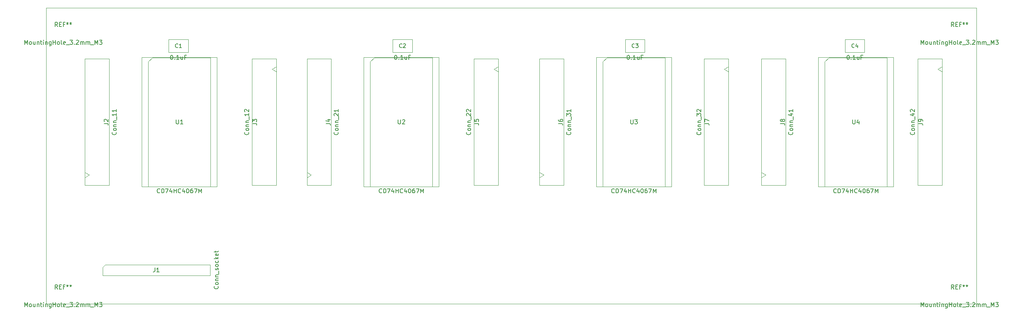
<source format=gbr>
%TF.GenerationSoftware,KiCad,Pcbnew,(6.0.7)*%
%TF.CreationDate,2023-06-05T08:41:08+05:30*%
%TF.ProjectId,autonomous chess playing machine,6175746f-6e6f-46d6-9f75-732063686573,rev?*%
%TF.SameCoordinates,Original*%
%TF.FileFunction,AssemblyDrawing,Top*%
%FSLAX46Y46*%
G04 Gerber Fmt 4.6, Leading zero omitted, Abs format (unit mm)*
G04 Created by KiCad (PCBNEW (6.0.7)) date 2023-06-05 08:41:08*
%MOMM*%
%LPD*%
G01*
G04 APERTURE LIST*
%TA.AperFunction,Profile*%
%ADD10C,0.100000*%
%TD*%
%ADD11C,0.150000*%
%ADD12C,0.138000*%
%ADD13C,0.100000*%
G04 APERTURE END LIST*
D10*
X28000000Y-30000000D02*
X248000000Y-30000000D01*
X248000000Y-30000000D02*
X248000000Y-100000000D01*
X248000000Y-100000000D02*
X28000000Y-100000000D01*
X28000000Y-100000000D02*
X28000000Y-30000000D01*
D11*
%TO.C,REF\u002A\u002A*%
X234880952Y-38652380D02*
X234880952Y-37652380D01*
X235214285Y-38366666D01*
X235547619Y-37652380D01*
X235547619Y-38652380D01*
X236166666Y-38652380D02*
X236071428Y-38604761D01*
X236023809Y-38557142D01*
X235976190Y-38461904D01*
X235976190Y-38176190D01*
X236023809Y-38080952D01*
X236071428Y-38033333D01*
X236166666Y-37985714D01*
X236309523Y-37985714D01*
X236404761Y-38033333D01*
X236452380Y-38080952D01*
X236500000Y-38176190D01*
X236500000Y-38461904D01*
X236452380Y-38557142D01*
X236404761Y-38604761D01*
X236309523Y-38652380D01*
X236166666Y-38652380D01*
X237357142Y-37985714D02*
X237357142Y-38652380D01*
X236928571Y-37985714D02*
X236928571Y-38509523D01*
X236976190Y-38604761D01*
X237071428Y-38652380D01*
X237214285Y-38652380D01*
X237309523Y-38604761D01*
X237357142Y-38557142D01*
X237833333Y-37985714D02*
X237833333Y-38652380D01*
X237833333Y-38080952D02*
X237880952Y-38033333D01*
X237976190Y-37985714D01*
X238119047Y-37985714D01*
X238214285Y-38033333D01*
X238261904Y-38128571D01*
X238261904Y-38652380D01*
X238595238Y-37985714D02*
X238976190Y-37985714D01*
X238738095Y-37652380D02*
X238738095Y-38509523D01*
X238785714Y-38604761D01*
X238880952Y-38652380D01*
X238976190Y-38652380D01*
X239309523Y-38652380D02*
X239309523Y-37985714D01*
X239309523Y-37652380D02*
X239261904Y-37700000D01*
X239309523Y-37747619D01*
X239357142Y-37700000D01*
X239309523Y-37652380D01*
X239309523Y-37747619D01*
X239785714Y-37985714D02*
X239785714Y-38652380D01*
X239785714Y-38080952D02*
X239833333Y-38033333D01*
X239928571Y-37985714D01*
X240071428Y-37985714D01*
X240166666Y-38033333D01*
X240214285Y-38128571D01*
X240214285Y-38652380D01*
X241119047Y-37985714D02*
X241119047Y-38795238D01*
X241071428Y-38890476D01*
X241023809Y-38938095D01*
X240928571Y-38985714D01*
X240785714Y-38985714D01*
X240690476Y-38938095D01*
X241119047Y-38604761D02*
X241023809Y-38652380D01*
X240833333Y-38652380D01*
X240738095Y-38604761D01*
X240690476Y-38557142D01*
X240642857Y-38461904D01*
X240642857Y-38176190D01*
X240690476Y-38080952D01*
X240738095Y-38033333D01*
X240833333Y-37985714D01*
X241023809Y-37985714D01*
X241119047Y-38033333D01*
X241595238Y-38652380D02*
X241595238Y-37652380D01*
X241595238Y-38128571D02*
X242166666Y-38128571D01*
X242166666Y-38652380D02*
X242166666Y-37652380D01*
X242785714Y-38652380D02*
X242690476Y-38604761D01*
X242642857Y-38557142D01*
X242595238Y-38461904D01*
X242595238Y-38176190D01*
X242642857Y-38080952D01*
X242690476Y-38033333D01*
X242785714Y-37985714D01*
X242928571Y-37985714D01*
X243023809Y-38033333D01*
X243071428Y-38080952D01*
X243119047Y-38176190D01*
X243119047Y-38461904D01*
X243071428Y-38557142D01*
X243023809Y-38604761D01*
X242928571Y-38652380D01*
X242785714Y-38652380D01*
X243690476Y-38652380D02*
X243595238Y-38604761D01*
X243547619Y-38509523D01*
X243547619Y-37652380D01*
X244452380Y-38604761D02*
X244357142Y-38652380D01*
X244166666Y-38652380D01*
X244071428Y-38604761D01*
X244023809Y-38509523D01*
X244023809Y-38128571D01*
X244071428Y-38033333D01*
X244166666Y-37985714D01*
X244357142Y-37985714D01*
X244452380Y-38033333D01*
X244500000Y-38128571D01*
X244500000Y-38223809D01*
X244023809Y-38319047D01*
X244690476Y-38747619D02*
X245452380Y-38747619D01*
X245595238Y-37652380D02*
X246214285Y-37652380D01*
X245880952Y-38033333D01*
X246023809Y-38033333D01*
X246119047Y-38080952D01*
X246166666Y-38128571D01*
X246214285Y-38223809D01*
X246214285Y-38461904D01*
X246166666Y-38557142D01*
X246119047Y-38604761D01*
X246023809Y-38652380D01*
X245738095Y-38652380D01*
X245642857Y-38604761D01*
X245595238Y-38557142D01*
X246642857Y-38557142D02*
X246690476Y-38604761D01*
X246642857Y-38652380D01*
X246595238Y-38604761D01*
X246642857Y-38557142D01*
X246642857Y-38652380D01*
X247071428Y-37747619D02*
X247119047Y-37700000D01*
X247214285Y-37652380D01*
X247452380Y-37652380D01*
X247547619Y-37700000D01*
X247595238Y-37747619D01*
X247642857Y-37842857D01*
X247642857Y-37938095D01*
X247595238Y-38080952D01*
X247023809Y-38652380D01*
X247642857Y-38652380D01*
X248071428Y-38652380D02*
X248071428Y-37985714D01*
X248071428Y-38080952D02*
X248119047Y-38033333D01*
X248214285Y-37985714D01*
X248357142Y-37985714D01*
X248452380Y-38033333D01*
X248500000Y-38128571D01*
X248500000Y-38652380D01*
X248500000Y-38128571D02*
X248547619Y-38033333D01*
X248642857Y-37985714D01*
X248785714Y-37985714D01*
X248880952Y-38033333D01*
X248928571Y-38128571D01*
X248928571Y-38652380D01*
X249404761Y-38652380D02*
X249404761Y-37985714D01*
X249404761Y-38080952D02*
X249452380Y-38033333D01*
X249547619Y-37985714D01*
X249690476Y-37985714D01*
X249785714Y-38033333D01*
X249833333Y-38128571D01*
X249833333Y-38652380D01*
X249833333Y-38128571D02*
X249880952Y-38033333D01*
X249976190Y-37985714D01*
X250119047Y-37985714D01*
X250214285Y-38033333D01*
X250261904Y-38128571D01*
X250261904Y-38652380D01*
X250500000Y-38747619D02*
X251261904Y-38747619D01*
X251500000Y-38652380D02*
X251500000Y-37652380D01*
X251833333Y-38366666D01*
X252166666Y-37652380D01*
X252166666Y-38652380D01*
X252547619Y-37652380D02*
X253166666Y-37652380D01*
X252833333Y-38033333D01*
X252976190Y-38033333D01*
X253071428Y-38080952D01*
X253119047Y-38128571D01*
X253166666Y-38223809D01*
X253166666Y-38461904D01*
X253119047Y-38557142D01*
X253071428Y-38604761D01*
X252976190Y-38652380D01*
X252690476Y-38652380D01*
X252595238Y-38604761D01*
X252547619Y-38557142D01*
X242666666Y-34452380D02*
X242333333Y-33976190D01*
X242095238Y-34452380D02*
X242095238Y-33452380D01*
X242476190Y-33452380D01*
X242571428Y-33500000D01*
X242619047Y-33547619D01*
X242666666Y-33642857D01*
X242666666Y-33785714D01*
X242619047Y-33880952D01*
X242571428Y-33928571D01*
X242476190Y-33976190D01*
X242095238Y-33976190D01*
X243095238Y-33928571D02*
X243428571Y-33928571D01*
X243571428Y-34452380D02*
X243095238Y-34452380D01*
X243095238Y-33452380D01*
X243571428Y-33452380D01*
X244333333Y-33928571D02*
X244000000Y-33928571D01*
X244000000Y-34452380D02*
X244000000Y-33452380D01*
X244476190Y-33452380D01*
X245000000Y-33452380D02*
X245000000Y-33690476D01*
X244761904Y-33595238D02*
X245000000Y-33690476D01*
X245238095Y-33595238D01*
X244857142Y-33880952D02*
X245000000Y-33690476D01*
X245142857Y-33880952D01*
X245761904Y-33452380D02*
X245761904Y-33690476D01*
X245523809Y-33595238D02*
X245761904Y-33690476D01*
X246000000Y-33595238D01*
X245619047Y-33880952D02*
X245761904Y-33690476D01*
X245904761Y-33880952D01*
X234880952Y-100652380D02*
X234880952Y-99652380D01*
X235214285Y-100366666D01*
X235547619Y-99652380D01*
X235547619Y-100652380D01*
X236166666Y-100652380D02*
X236071428Y-100604761D01*
X236023809Y-100557142D01*
X235976190Y-100461904D01*
X235976190Y-100176190D01*
X236023809Y-100080952D01*
X236071428Y-100033333D01*
X236166666Y-99985714D01*
X236309523Y-99985714D01*
X236404761Y-100033333D01*
X236452380Y-100080952D01*
X236500000Y-100176190D01*
X236500000Y-100461904D01*
X236452380Y-100557142D01*
X236404761Y-100604761D01*
X236309523Y-100652380D01*
X236166666Y-100652380D01*
X237357142Y-99985714D02*
X237357142Y-100652380D01*
X236928571Y-99985714D02*
X236928571Y-100509523D01*
X236976190Y-100604761D01*
X237071428Y-100652380D01*
X237214285Y-100652380D01*
X237309523Y-100604761D01*
X237357142Y-100557142D01*
X237833333Y-99985714D02*
X237833333Y-100652380D01*
X237833333Y-100080952D02*
X237880952Y-100033333D01*
X237976190Y-99985714D01*
X238119047Y-99985714D01*
X238214285Y-100033333D01*
X238261904Y-100128571D01*
X238261904Y-100652380D01*
X238595238Y-99985714D02*
X238976190Y-99985714D01*
X238738095Y-99652380D02*
X238738095Y-100509523D01*
X238785714Y-100604761D01*
X238880952Y-100652380D01*
X238976190Y-100652380D01*
X239309523Y-100652380D02*
X239309523Y-99985714D01*
X239309523Y-99652380D02*
X239261904Y-99700000D01*
X239309523Y-99747619D01*
X239357142Y-99700000D01*
X239309523Y-99652380D01*
X239309523Y-99747619D01*
X239785714Y-99985714D02*
X239785714Y-100652380D01*
X239785714Y-100080952D02*
X239833333Y-100033333D01*
X239928571Y-99985714D01*
X240071428Y-99985714D01*
X240166666Y-100033333D01*
X240214285Y-100128571D01*
X240214285Y-100652380D01*
X241119047Y-99985714D02*
X241119047Y-100795238D01*
X241071428Y-100890476D01*
X241023809Y-100938095D01*
X240928571Y-100985714D01*
X240785714Y-100985714D01*
X240690476Y-100938095D01*
X241119047Y-100604761D02*
X241023809Y-100652380D01*
X240833333Y-100652380D01*
X240738095Y-100604761D01*
X240690476Y-100557142D01*
X240642857Y-100461904D01*
X240642857Y-100176190D01*
X240690476Y-100080952D01*
X240738095Y-100033333D01*
X240833333Y-99985714D01*
X241023809Y-99985714D01*
X241119047Y-100033333D01*
X241595238Y-100652380D02*
X241595238Y-99652380D01*
X241595238Y-100128571D02*
X242166666Y-100128571D01*
X242166666Y-100652380D02*
X242166666Y-99652380D01*
X242785714Y-100652380D02*
X242690476Y-100604761D01*
X242642857Y-100557142D01*
X242595238Y-100461904D01*
X242595238Y-100176190D01*
X242642857Y-100080952D01*
X242690476Y-100033333D01*
X242785714Y-99985714D01*
X242928571Y-99985714D01*
X243023809Y-100033333D01*
X243071428Y-100080952D01*
X243119047Y-100176190D01*
X243119047Y-100461904D01*
X243071428Y-100557142D01*
X243023809Y-100604761D01*
X242928571Y-100652380D01*
X242785714Y-100652380D01*
X243690476Y-100652380D02*
X243595238Y-100604761D01*
X243547619Y-100509523D01*
X243547619Y-99652380D01*
X244452380Y-100604761D02*
X244357142Y-100652380D01*
X244166666Y-100652380D01*
X244071428Y-100604761D01*
X244023809Y-100509523D01*
X244023809Y-100128571D01*
X244071428Y-100033333D01*
X244166666Y-99985714D01*
X244357142Y-99985714D01*
X244452380Y-100033333D01*
X244500000Y-100128571D01*
X244500000Y-100223809D01*
X244023809Y-100319047D01*
X244690476Y-100747619D02*
X245452380Y-100747619D01*
X245595238Y-99652380D02*
X246214285Y-99652380D01*
X245880952Y-100033333D01*
X246023809Y-100033333D01*
X246119047Y-100080952D01*
X246166666Y-100128571D01*
X246214285Y-100223809D01*
X246214285Y-100461904D01*
X246166666Y-100557142D01*
X246119047Y-100604761D01*
X246023809Y-100652380D01*
X245738095Y-100652380D01*
X245642857Y-100604761D01*
X245595238Y-100557142D01*
X246642857Y-100557142D02*
X246690476Y-100604761D01*
X246642857Y-100652380D01*
X246595238Y-100604761D01*
X246642857Y-100557142D01*
X246642857Y-100652380D01*
X247071428Y-99747619D02*
X247119047Y-99700000D01*
X247214285Y-99652380D01*
X247452380Y-99652380D01*
X247547619Y-99700000D01*
X247595238Y-99747619D01*
X247642857Y-99842857D01*
X247642857Y-99938095D01*
X247595238Y-100080952D01*
X247023809Y-100652380D01*
X247642857Y-100652380D01*
X248071428Y-100652380D02*
X248071428Y-99985714D01*
X248071428Y-100080952D02*
X248119047Y-100033333D01*
X248214285Y-99985714D01*
X248357142Y-99985714D01*
X248452380Y-100033333D01*
X248500000Y-100128571D01*
X248500000Y-100652380D01*
X248500000Y-100128571D02*
X248547619Y-100033333D01*
X248642857Y-99985714D01*
X248785714Y-99985714D01*
X248880952Y-100033333D01*
X248928571Y-100128571D01*
X248928571Y-100652380D01*
X249404761Y-100652380D02*
X249404761Y-99985714D01*
X249404761Y-100080952D02*
X249452380Y-100033333D01*
X249547619Y-99985714D01*
X249690476Y-99985714D01*
X249785714Y-100033333D01*
X249833333Y-100128571D01*
X249833333Y-100652380D01*
X249833333Y-100128571D02*
X249880952Y-100033333D01*
X249976190Y-99985714D01*
X250119047Y-99985714D01*
X250214285Y-100033333D01*
X250261904Y-100128571D01*
X250261904Y-100652380D01*
X250500000Y-100747619D02*
X251261904Y-100747619D01*
X251500000Y-100652380D02*
X251500000Y-99652380D01*
X251833333Y-100366666D01*
X252166666Y-99652380D01*
X252166666Y-100652380D01*
X252547619Y-99652380D02*
X253166666Y-99652380D01*
X252833333Y-100033333D01*
X252976190Y-100033333D01*
X253071428Y-100080952D01*
X253119047Y-100128571D01*
X253166666Y-100223809D01*
X253166666Y-100461904D01*
X253119047Y-100557142D01*
X253071428Y-100604761D01*
X252976190Y-100652380D01*
X252690476Y-100652380D01*
X252595238Y-100604761D01*
X252547619Y-100557142D01*
X242666666Y-96452380D02*
X242333333Y-95976190D01*
X242095238Y-96452380D02*
X242095238Y-95452380D01*
X242476190Y-95452380D01*
X242571428Y-95500000D01*
X242619047Y-95547619D01*
X242666666Y-95642857D01*
X242666666Y-95785714D01*
X242619047Y-95880952D01*
X242571428Y-95928571D01*
X242476190Y-95976190D01*
X242095238Y-95976190D01*
X243095238Y-95928571D02*
X243428571Y-95928571D01*
X243571428Y-96452380D02*
X243095238Y-96452380D01*
X243095238Y-95452380D01*
X243571428Y-95452380D01*
X244333333Y-95928571D02*
X244000000Y-95928571D01*
X244000000Y-96452380D02*
X244000000Y-95452380D01*
X244476190Y-95452380D01*
X245000000Y-95452380D02*
X245000000Y-95690476D01*
X244761904Y-95595238D02*
X245000000Y-95690476D01*
X245238095Y-95595238D01*
X244857142Y-95880952D02*
X245000000Y-95690476D01*
X245142857Y-95880952D01*
X245761904Y-95452380D02*
X245761904Y-95690476D01*
X245523809Y-95595238D02*
X245761904Y-95690476D01*
X246000000Y-95595238D01*
X245619047Y-95880952D02*
X245761904Y-95690476D01*
X245904761Y-95880952D01*
X22880952Y-100652380D02*
X22880952Y-99652380D01*
X23214285Y-100366666D01*
X23547619Y-99652380D01*
X23547619Y-100652380D01*
X24166666Y-100652380D02*
X24071428Y-100604761D01*
X24023809Y-100557142D01*
X23976190Y-100461904D01*
X23976190Y-100176190D01*
X24023809Y-100080952D01*
X24071428Y-100033333D01*
X24166666Y-99985714D01*
X24309523Y-99985714D01*
X24404761Y-100033333D01*
X24452380Y-100080952D01*
X24500000Y-100176190D01*
X24500000Y-100461904D01*
X24452380Y-100557142D01*
X24404761Y-100604761D01*
X24309523Y-100652380D01*
X24166666Y-100652380D01*
X25357142Y-99985714D02*
X25357142Y-100652380D01*
X24928571Y-99985714D02*
X24928571Y-100509523D01*
X24976190Y-100604761D01*
X25071428Y-100652380D01*
X25214285Y-100652380D01*
X25309523Y-100604761D01*
X25357142Y-100557142D01*
X25833333Y-99985714D02*
X25833333Y-100652380D01*
X25833333Y-100080952D02*
X25880952Y-100033333D01*
X25976190Y-99985714D01*
X26119047Y-99985714D01*
X26214285Y-100033333D01*
X26261904Y-100128571D01*
X26261904Y-100652380D01*
X26595238Y-99985714D02*
X26976190Y-99985714D01*
X26738095Y-99652380D02*
X26738095Y-100509523D01*
X26785714Y-100604761D01*
X26880952Y-100652380D01*
X26976190Y-100652380D01*
X27309523Y-100652380D02*
X27309523Y-99985714D01*
X27309523Y-99652380D02*
X27261904Y-99700000D01*
X27309523Y-99747619D01*
X27357142Y-99700000D01*
X27309523Y-99652380D01*
X27309523Y-99747619D01*
X27785714Y-99985714D02*
X27785714Y-100652380D01*
X27785714Y-100080952D02*
X27833333Y-100033333D01*
X27928571Y-99985714D01*
X28071428Y-99985714D01*
X28166666Y-100033333D01*
X28214285Y-100128571D01*
X28214285Y-100652380D01*
X29119047Y-99985714D02*
X29119047Y-100795238D01*
X29071428Y-100890476D01*
X29023809Y-100938095D01*
X28928571Y-100985714D01*
X28785714Y-100985714D01*
X28690476Y-100938095D01*
X29119047Y-100604761D02*
X29023809Y-100652380D01*
X28833333Y-100652380D01*
X28738095Y-100604761D01*
X28690476Y-100557142D01*
X28642857Y-100461904D01*
X28642857Y-100176190D01*
X28690476Y-100080952D01*
X28738095Y-100033333D01*
X28833333Y-99985714D01*
X29023809Y-99985714D01*
X29119047Y-100033333D01*
X29595238Y-100652380D02*
X29595238Y-99652380D01*
X29595238Y-100128571D02*
X30166666Y-100128571D01*
X30166666Y-100652380D02*
X30166666Y-99652380D01*
X30785714Y-100652380D02*
X30690476Y-100604761D01*
X30642857Y-100557142D01*
X30595238Y-100461904D01*
X30595238Y-100176190D01*
X30642857Y-100080952D01*
X30690476Y-100033333D01*
X30785714Y-99985714D01*
X30928571Y-99985714D01*
X31023809Y-100033333D01*
X31071428Y-100080952D01*
X31119047Y-100176190D01*
X31119047Y-100461904D01*
X31071428Y-100557142D01*
X31023809Y-100604761D01*
X30928571Y-100652380D01*
X30785714Y-100652380D01*
X31690476Y-100652380D02*
X31595238Y-100604761D01*
X31547619Y-100509523D01*
X31547619Y-99652380D01*
X32452380Y-100604761D02*
X32357142Y-100652380D01*
X32166666Y-100652380D01*
X32071428Y-100604761D01*
X32023809Y-100509523D01*
X32023809Y-100128571D01*
X32071428Y-100033333D01*
X32166666Y-99985714D01*
X32357142Y-99985714D01*
X32452380Y-100033333D01*
X32499999Y-100128571D01*
X32499999Y-100223809D01*
X32023809Y-100319047D01*
X32690476Y-100747619D02*
X33452380Y-100747619D01*
X33595238Y-99652380D02*
X34214285Y-99652380D01*
X33880952Y-100033333D01*
X34023809Y-100033333D01*
X34119047Y-100080952D01*
X34166666Y-100128571D01*
X34214285Y-100223809D01*
X34214285Y-100461904D01*
X34166666Y-100557142D01*
X34119047Y-100604761D01*
X34023809Y-100652380D01*
X33738095Y-100652380D01*
X33642857Y-100604761D01*
X33595238Y-100557142D01*
X34642857Y-100557142D02*
X34690476Y-100604761D01*
X34642857Y-100652380D01*
X34595238Y-100604761D01*
X34642857Y-100557142D01*
X34642857Y-100652380D01*
X35071428Y-99747619D02*
X35119047Y-99700000D01*
X35214285Y-99652380D01*
X35452380Y-99652380D01*
X35547619Y-99700000D01*
X35595238Y-99747619D01*
X35642857Y-99842857D01*
X35642857Y-99938095D01*
X35595238Y-100080952D01*
X35023809Y-100652380D01*
X35642857Y-100652380D01*
X36071428Y-100652380D02*
X36071428Y-99985714D01*
X36071428Y-100080952D02*
X36119047Y-100033333D01*
X36214285Y-99985714D01*
X36357142Y-99985714D01*
X36452380Y-100033333D01*
X36499999Y-100128571D01*
X36499999Y-100652380D01*
X36499999Y-100128571D02*
X36547619Y-100033333D01*
X36642857Y-99985714D01*
X36785714Y-99985714D01*
X36880952Y-100033333D01*
X36928571Y-100128571D01*
X36928571Y-100652380D01*
X37404761Y-100652380D02*
X37404761Y-99985714D01*
X37404761Y-100080952D02*
X37452380Y-100033333D01*
X37547619Y-99985714D01*
X37690476Y-99985714D01*
X37785714Y-100033333D01*
X37833333Y-100128571D01*
X37833333Y-100652380D01*
X37833333Y-100128571D02*
X37880952Y-100033333D01*
X37976190Y-99985714D01*
X38119047Y-99985714D01*
X38214285Y-100033333D01*
X38261904Y-100128571D01*
X38261904Y-100652380D01*
X38499999Y-100747619D02*
X39261904Y-100747619D01*
X39499999Y-100652380D02*
X39499999Y-99652380D01*
X39833333Y-100366666D01*
X40166666Y-99652380D01*
X40166666Y-100652380D01*
X40547619Y-99652380D02*
X41166666Y-99652380D01*
X40833333Y-100033333D01*
X40976190Y-100033333D01*
X41071428Y-100080952D01*
X41119047Y-100128571D01*
X41166666Y-100223809D01*
X41166666Y-100461904D01*
X41119047Y-100557142D01*
X41071428Y-100604761D01*
X40976190Y-100652380D01*
X40690476Y-100652380D01*
X40595238Y-100604761D01*
X40547619Y-100557142D01*
X30666666Y-96452380D02*
X30333333Y-95976190D01*
X30095238Y-96452380D02*
X30095238Y-95452380D01*
X30476190Y-95452380D01*
X30571428Y-95500000D01*
X30619047Y-95547619D01*
X30666666Y-95642857D01*
X30666666Y-95785714D01*
X30619047Y-95880952D01*
X30571428Y-95928571D01*
X30476190Y-95976190D01*
X30095238Y-95976190D01*
X31095238Y-95928571D02*
X31428571Y-95928571D01*
X31571428Y-96452380D02*
X31095238Y-96452380D01*
X31095238Y-95452380D01*
X31571428Y-95452380D01*
X32333333Y-95928571D02*
X32000000Y-95928571D01*
X32000000Y-96452380D02*
X32000000Y-95452380D01*
X32476190Y-95452380D01*
X33000000Y-95452380D02*
X33000000Y-95690476D01*
X32761904Y-95595238D02*
X33000000Y-95690476D01*
X33238095Y-95595238D01*
X32857142Y-95880952D02*
X33000000Y-95690476D01*
X33142857Y-95880952D01*
X33761904Y-95452380D02*
X33761904Y-95690476D01*
X33523809Y-95595238D02*
X33761904Y-95690476D01*
X34000000Y-95595238D01*
X33619047Y-95880952D02*
X33761904Y-95690476D01*
X33904761Y-95880952D01*
X22880952Y-38652380D02*
X22880952Y-37652380D01*
X23214285Y-38366666D01*
X23547619Y-37652380D01*
X23547619Y-38652380D01*
X24166666Y-38652380D02*
X24071428Y-38604761D01*
X24023809Y-38557142D01*
X23976190Y-38461904D01*
X23976190Y-38176190D01*
X24023809Y-38080952D01*
X24071428Y-38033333D01*
X24166666Y-37985714D01*
X24309523Y-37985714D01*
X24404761Y-38033333D01*
X24452380Y-38080952D01*
X24500000Y-38176190D01*
X24500000Y-38461904D01*
X24452380Y-38557142D01*
X24404761Y-38604761D01*
X24309523Y-38652380D01*
X24166666Y-38652380D01*
X25357142Y-37985714D02*
X25357142Y-38652380D01*
X24928571Y-37985714D02*
X24928571Y-38509523D01*
X24976190Y-38604761D01*
X25071428Y-38652380D01*
X25214285Y-38652380D01*
X25309523Y-38604761D01*
X25357142Y-38557142D01*
X25833333Y-37985714D02*
X25833333Y-38652380D01*
X25833333Y-38080952D02*
X25880952Y-38033333D01*
X25976190Y-37985714D01*
X26119047Y-37985714D01*
X26214285Y-38033333D01*
X26261904Y-38128571D01*
X26261904Y-38652380D01*
X26595238Y-37985714D02*
X26976190Y-37985714D01*
X26738095Y-37652380D02*
X26738095Y-38509523D01*
X26785714Y-38604761D01*
X26880952Y-38652380D01*
X26976190Y-38652380D01*
X27309523Y-38652380D02*
X27309523Y-37985714D01*
X27309523Y-37652380D02*
X27261904Y-37700000D01*
X27309523Y-37747619D01*
X27357142Y-37700000D01*
X27309523Y-37652380D01*
X27309523Y-37747619D01*
X27785714Y-37985714D02*
X27785714Y-38652380D01*
X27785714Y-38080952D02*
X27833333Y-38033333D01*
X27928571Y-37985714D01*
X28071428Y-37985714D01*
X28166666Y-38033333D01*
X28214285Y-38128571D01*
X28214285Y-38652380D01*
X29119047Y-37985714D02*
X29119047Y-38795238D01*
X29071428Y-38890476D01*
X29023809Y-38938095D01*
X28928571Y-38985714D01*
X28785714Y-38985714D01*
X28690476Y-38938095D01*
X29119047Y-38604761D02*
X29023809Y-38652380D01*
X28833333Y-38652380D01*
X28738095Y-38604761D01*
X28690476Y-38557142D01*
X28642857Y-38461904D01*
X28642857Y-38176190D01*
X28690476Y-38080952D01*
X28738095Y-38033333D01*
X28833333Y-37985714D01*
X29023809Y-37985714D01*
X29119047Y-38033333D01*
X29595238Y-38652380D02*
X29595238Y-37652380D01*
X29595238Y-38128571D02*
X30166666Y-38128571D01*
X30166666Y-38652380D02*
X30166666Y-37652380D01*
X30785714Y-38652380D02*
X30690476Y-38604761D01*
X30642857Y-38557142D01*
X30595238Y-38461904D01*
X30595238Y-38176190D01*
X30642857Y-38080952D01*
X30690476Y-38033333D01*
X30785714Y-37985714D01*
X30928571Y-37985714D01*
X31023809Y-38033333D01*
X31071428Y-38080952D01*
X31119047Y-38176190D01*
X31119047Y-38461904D01*
X31071428Y-38557142D01*
X31023809Y-38604761D01*
X30928571Y-38652380D01*
X30785714Y-38652380D01*
X31690476Y-38652380D02*
X31595238Y-38604761D01*
X31547619Y-38509523D01*
X31547619Y-37652380D01*
X32452380Y-38604761D02*
X32357142Y-38652380D01*
X32166666Y-38652380D01*
X32071428Y-38604761D01*
X32023809Y-38509523D01*
X32023809Y-38128571D01*
X32071428Y-38033333D01*
X32166666Y-37985714D01*
X32357142Y-37985714D01*
X32452380Y-38033333D01*
X32499999Y-38128571D01*
X32499999Y-38223809D01*
X32023809Y-38319047D01*
X32690476Y-38747619D02*
X33452380Y-38747619D01*
X33595238Y-37652380D02*
X34214285Y-37652380D01*
X33880952Y-38033333D01*
X34023809Y-38033333D01*
X34119047Y-38080952D01*
X34166666Y-38128571D01*
X34214285Y-38223809D01*
X34214285Y-38461904D01*
X34166666Y-38557142D01*
X34119047Y-38604761D01*
X34023809Y-38652380D01*
X33738095Y-38652380D01*
X33642857Y-38604761D01*
X33595238Y-38557142D01*
X34642857Y-38557142D02*
X34690476Y-38604761D01*
X34642857Y-38652380D01*
X34595238Y-38604761D01*
X34642857Y-38557142D01*
X34642857Y-38652380D01*
X35071428Y-37747619D02*
X35119047Y-37700000D01*
X35214285Y-37652380D01*
X35452380Y-37652380D01*
X35547619Y-37700000D01*
X35595238Y-37747619D01*
X35642857Y-37842857D01*
X35642857Y-37938095D01*
X35595238Y-38080952D01*
X35023809Y-38652380D01*
X35642857Y-38652380D01*
X36071428Y-38652380D02*
X36071428Y-37985714D01*
X36071428Y-38080952D02*
X36119047Y-38033333D01*
X36214285Y-37985714D01*
X36357142Y-37985714D01*
X36452380Y-38033333D01*
X36499999Y-38128571D01*
X36499999Y-38652380D01*
X36499999Y-38128571D02*
X36547619Y-38033333D01*
X36642857Y-37985714D01*
X36785714Y-37985714D01*
X36880952Y-38033333D01*
X36928571Y-38128571D01*
X36928571Y-38652380D01*
X37404761Y-38652380D02*
X37404761Y-37985714D01*
X37404761Y-38080952D02*
X37452380Y-38033333D01*
X37547619Y-37985714D01*
X37690476Y-37985714D01*
X37785714Y-38033333D01*
X37833333Y-38128571D01*
X37833333Y-38652380D01*
X37833333Y-38128571D02*
X37880952Y-38033333D01*
X37976190Y-37985714D01*
X38119047Y-37985714D01*
X38214285Y-38033333D01*
X38261904Y-38128571D01*
X38261904Y-38652380D01*
X38499999Y-38747619D02*
X39261904Y-38747619D01*
X39499999Y-38652380D02*
X39499999Y-37652380D01*
X39833333Y-38366666D01*
X40166666Y-37652380D01*
X40166666Y-38652380D01*
X40547619Y-37652380D02*
X41166666Y-37652380D01*
X40833333Y-38033333D01*
X40976190Y-38033333D01*
X41071428Y-38080952D01*
X41119047Y-38128571D01*
X41166666Y-38223809D01*
X41166666Y-38461904D01*
X41119047Y-38557142D01*
X41071428Y-38604761D01*
X40976190Y-38652380D01*
X40690476Y-38652380D01*
X40595238Y-38604761D01*
X40547619Y-38557142D01*
X30666666Y-34452380D02*
X30333333Y-33976190D01*
X30095238Y-34452380D02*
X30095238Y-33452380D01*
X30476190Y-33452380D01*
X30571428Y-33500000D01*
X30619047Y-33547619D01*
X30666666Y-33642857D01*
X30666666Y-33785714D01*
X30619047Y-33880952D01*
X30571428Y-33928571D01*
X30476190Y-33976190D01*
X30095238Y-33976190D01*
X31095238Y-33928571D02*
X31428571Y-33928571D01*
X31571428Y-34452380D02*
X31095238Y-34452380D01*
X31095238Y-33452380D01*
X31571428Y-33452380D01*
X32333333Y-33928571D02*
X32000000Y-33928571D01*
X32000000Y-34452380D02*
X32000000Y-33452380D01*
X32476190Y-33452380D01*
X33000000Y-33452380D02*
X33000000Y-33690476D01*
X32761904Y-33595238D02*
X33000000Y-33690476D01*
X33238095Y-33595238D01*
X32857142Y-33880952D02*
X33000000Y-33690476D01*
X33142857Y-33880952D01*
X33761904Y-33452380D02*
X33761904Y-33690476D01*
X33523809Y-33595238D02*
X33761904Y-33690476D01*
X34000000Y-33595238D01*
X33619047Y-33880952D02*
X33761904Y-33690476D01*
X33904761Y-33880952D01*
%TO.C,C2*%
X110607142Y-41202380D02*
X110702380Y-41202380D01*
X110797619Y-41250000D01*
X110845238Y-41297619D01*
X110892857Y-41392857D01*
X110940476Y-41583333D01*
X110940476Y-41821428D01*
X110892857Y-42011904D01*
X110845238Y-42107142D01*
X110797619Y-42154761D01*
X110702380Y-42202380D01*
X110607142Y-42202380D01*
X110511904Y-42154761D01*
X110464285Y-42107142D01*
X110416666Y-42011904D01*
X110369047Y-41821428D01*
X110369047Y-41583333D01*
X110416666Y-41392857D01*
X110464285Y-41297619D01*
X110511904Y-41250000D01*
X110607142Y-41202380D01*
X111369047Y-42107142D02*
X111416666Y-42154761D01*
X111369047Y-42202380D01*
X111321428Y-42154761D01*
X111369047Y-42107142D01*
X111369047Y-42202380D01*
X112369047Y-42202380D02*
X111797619Y-42202380D01*
X112083333Y-42202380D02*
X112083333Y-41202380D01*
X111988095Y-41345238D01*
X111892857Y-41440476D01*
X111797619Y-41488095D01*
X113226190Y-41535714D02*
X113226190Y-42202380D01*
X112797619Y-41535714D02*
X112797619Y-42059523D01*
X112845238Y-42154761D01*
X112940476Y-42202380D01*
X113083333Y-42202380D01*
X113178571Y-42154761D01*
X113226190Y-42107142D01*
X114035714Y-41678571D02*
X113702380Y-41678571D01*
X113702380Y-42202380D02*
X113702380Y-41202380D01*
X114178571Y-41202380D01*
D12*
X112096666Y-39328571D02*
X112052857Y-39372380D01*
X111921428Y-39416190D01*
X111833809Y-39416190D01*
X111702380Y-39372380D01*
X111614761Y-39284761D01*
X111570952Y-39197142D01*
X111527142Y-39021904D01*
X111527142Y-38890476D01*
X111570952Y-38715238D01*
X111614761Y-38627619D01*
X111702380Y-38540000D01*
X111833809Y-38496190D01*
X111921428Y-38496190D01*
X112052857Y-38540000D01*
X112096666Y-38583809D01*
X112447142Y-38583809D02*
X112490952Y-38540000D01*
X112578571Y-38496190D01*
X112797619Y-38496190D01*
X112885238Y-38540000D01*
X112929047Y-38583809D01*
X112972857Y-38671428D01*
X112972857Y-38759047D01*
X112929047Y-38890476D01*
X112403333Y-39416190D01*
X112972857Y-39416190D01*
D11*
%TO.C,C1*%
X57607142Y-41202380D02*
X57702380Y-41202380D01*
X57797619Y-41250000D01*
X57845238Y-41297619D01*
X57892857Y-41392857D01*
X57940476Y-41583333D01*
X57940476Y-41821428D01*
X57892857Y-42011904D01*
X57845238Y-42107142D01*
X57797619Y-42154761D01*
X57702380Y-42202380D01*
X57607142Y-42202380D01*
X57511904Y-42154761D01*
X57464285Y-42107142D01*
X57416666Y-42011904D01*
X57369047Y-41821428D01*
X57369047Y-41583333D01*
X57416666Y-41392857D01*
X57464285Y-41297619D01*
X57511904Y-41250000D01*
X57607142Y-41202380D01*
X58369047Y-42107142D02*
X58416666Y-42154761D01*
X58369047Y-42202380D01*
X58321428Y-42154761D01*
X58369047Y-42107142D01*
X58369047Y-42202380D01*
X59369047Y-42202380D02*
X58797619Y-42202380D01*
X59083333Y-42202380D02*
X59083333Y-41202380D01*
X58988095Y-41345238D01*
X58892857Y-41440476D01*
X58797619Y-41488095D01*
X60226190Y-41535714D02*
X60226190Y-42202380D01*
X59797619Y-41535714D02*
X59797619Y-42059523D01*
X59845238Y-42154761D01*
X59940476Y-42202380D01*
X60083333Y-42202380D01*
X60178571Y-42154761D01*
X60226190Y-42107142D01*
X61035714Y-41678571D02*
X60702380Y-41678571D01*
X60702380Y-42202380D02*
X60702380Y-41202380D01*
X61178571Y-41202380D01*
D12*
X59096666Y-39328571D02*
X59052857Y-39372380D01*
X58921428Y-39416190D01*
X58833809Y-39416190D01*
X58702380Y-39372380D01*
X58614761Y-39284761D01*
X58570952Y-39197142D01*
X58527142Y-39021904D01*
X58527142Y-38890476D01*
X58570952Y-38715238D01*
X58614761Y-38627619D01*
X58702380Y-38540000D01*
X58833809Y-38496190D01*
X58921428Y-38496190D01*
X59052857Y-38540000D01*
X59096666Y-38583809D01*
X59972857Y-39416190D02*
X59447142Y-39416190D01*
X59710000Y-39416190D02*
X59710000Y-38496190D01*
X59622380Y-38627619D01*
X59534761Y-38715238D01*
X59447142Y-38759047D01*
D11*
%TO.C,J5*%
X128282142Y-59380952D02*
X128329761Y-59428571D01*
X128377380Y-59571428D01*
X128377380Y-59666666D01*
X128329761Y-59809523D01*
X128234523Y-59904761D01*
X128139285Y-59952380D01*
X127948809Y-60000000D01*
X127805952Y-60000000D01*
X127615476Y-59952380D01*
X127520238Y-59904761D01*
X127425000Y-59809523D01*
X127377380Y-59666666D01*
X127377380Y-59571428D01*
X127425000Y-59428571D01*
X127472619Y-59380952D01*
X128377380Y-58809523D02*
X128329761Y-58904761D01*
X128282142Y-58952380D01*
X128186904Y-59000000D01*
X127901190Y-59000000D01*
X127805952Y-58952380D01*
X127758333Y-58904761D01*
X127710714Y-58809523D01*
X127710714Y-58666666D01*
X127758333Y-58571428D01*
X127805952Y-58523809D01*
X127901190Y-58476190D01*
X128186904Y-58476190D01*
X128282142Y-58523809D01*
X128329761Y-58571428D01*
X128377380Y-58666666D01*
X128377380Y-58809523D01*
X127710714Y-58047619D02*
X128377380Y-58047619D01*
X127805952Y-58047619D02*
X127758333Y-58000000D01*
X127710714Y-57904761D01*
X127710714Y-57761904D01*
X127758333Y-57666666D01*
X127853571Y-57619047D01*
X128377380Y-57619047D01*
X127710714Y-57142857D02*
X128377380Y-57142857D01*
X127805952Y-57142857D02*
X127758333Y-57095238D01*
X127710714Y-57000000D01*
X127710714Y-56857142D01*
X127758333Y-56761904D01*
X127853571Y-56714285D01*
X128377380Y-56714285D01*
X128472619Y-56476190D02*
X128472619Y-55714285D01*
X127472619Y-55523809D02*
X127425000Y-55476190D01*
X127377380Y-55380952D01*
X127377380Y-55142857D01*
X127425000Y-55047619D01*
X127472619Y-55000000D01*
X127567857Y-54952380D01*
X127663095Y-54952380D01*
X127805952Y-55000000D01*
X128377380Y-55571428D01*
X128377380Y-54952380D01*
X127472619Y-54571428D02*
X127425000Y-54523809D01*
X127377380Y-54428571D01*
X127377380Y-54190476D01*
X127425000Y-54095238D01*
X127472619Y-54047619D01*
X127567857Y-54000000D01*
X127663095Y-54000000D01*
X127805952Y-54047619D01*
X128377380Y-54619047D01*
X128377380Y-54000000D01*
X129277380Y-57333333D02*
X129991666Y-57333333D01*
X130134523Y-57380952D01*
X130229761Y-57476190D01*
X130277380Y-57619047D01*
X130277380Y-57714285D01*
X129277380Y-56380952D02*
X129277380Y-56857142D01*
X129753571Y-56904761D01*
X129705952Y-56857142D01*
X129658333Y-56761904D01*
X129658333Y-56523809D01*
X129705952Y-56428571D01*
X129753571Y-56380952D01*
X129848809Y-56333333D01*
X130086904Y-56333333D01*
X130182142Y-56380952D01*
X130229761Y-56428571D01*
X130277380Y-56523809D01*
X130277380Y-56761904D01*
X130229761Y-56857142D01*
X130182142Y-56904761D01*
%TO.C,J3*%
X75782142Y-59380952D02*
X75829761Y-59428571D01*
X75877380Y-59571428D01*
X75877380Y-59666666D01*
X75829761Y-59809523D01*
X75734523Y-59904761D01*
X75639285Y-59952380D01*
X75448809Y-60000000D01*
X75305952Y-60000000D01*
X75115476Y-59952380D01*
X75020238Y-59904761D01*
X74925000Y-59809523D01*
X74877380Y-59666666D01*
X74877380Y-59571428D01*
X74925000Y-59428571D01*
X74972619Y-59380952D01*
X75877380Y-58809523D02*
X75829761Y-58904761D01*
X75782142Y-58952380D01*
X75686904Y-59000000D01*
X75401190Y-59000000D01*
X75305952Y-58952380D01*
X75258333Y-58904761D01*
X75210714Y-58809523D01*
X75210714Y-58666666D01*
X75258333Y-58571428D01*
X75305952Y-58523809D01*
X75401190Y-58476190D01*
X75686904Y-58476190D01*
X75782142Y-58523809D01*
X75829761Y-58571428D01*
X75877380Y-58666666D01*
X75877380Y-58809523D01*
X75210714Y-58047619D02*
X75877380Y-58047619D01*
X75305952Y-58047619D02*
X75258333Y-58000000D01*
X75210714Y-57904761D01*
X75210714Y-57761904D01*
X75258333Y-57666666D01*
X75353571Y-57619047D01*
X75877380Y-57619047D01*
X75210714Y-57142857D02*
X75877380Y-57142857D01*
X75305952Y-57142857D02*
X75258333Y-57095238D01*
X75210714Y-57000000D01*
X75210714Y-56857142D01*
X75258333Y-56761904D01*
X75353571Y-56714285D01*
X75877380Y-56714285D01*
X75972619Y-56476190D02*
X75972619Y-55714285D01*
X75877380Y-54952380D02*
X75877380Y-55523809D01*
X75877380Y-55238095D02*
X74877380Y-55238095D01*
X75020238Y-55333333D01*
X75115476Y-55428571D01*
X75163095Y-55523809D01*
X74972619Y-54571428D02*
X74925000Y-54523809D01*
X74877380Y-54428571D01*
X74877380Y-54190476D01*
X74925000Y-54095238D01*
X74972619Y-54047619D01*
X75067857Y-54000000D01*
X75163095Y-54000000D01*
X75305952Y-54047619D01*
X75877380Y-54619047D01*
X75877380Y-54000000D01*
X76777380Y-57333333D02*
X77491666Y-57333333D01*
X77634523Y-57380952D01*
X77729761Y-57476190D01*
X77777380Y-57619047D01*
X77777380Y-57714285D01*
X76777380Y-56952380D02*
X76777380Y-56333333D01*
X77158333Y-56666666D01*
X77158333Y-56523809D01*
X77205952Y-56428571D01*
X77253571Y-56380952D01*
X77348809Y-56333333D01*
X77586904Y-56333333D01*
X77682142Y-56380952D01*
X77729761Y-56428571D01*
X77777380Y-56523809D01*
X77777380Y-56809523D01*
X77729761Y-56904761D01*
X77682142Y-56952380D01*
%TO.C,J6*%
X151957142Y-59380952D02*
X152004761Y-59428571D01*
X152052380Y-59571428D01*
X152052380Y-59666666D01*
X152004761Y-59809523D01*
X151909523Y-59904761D01*
X151814285Y-59952380D01*
X151623809Y-60000000D01*
X151480952Y-60000000D01*
X151290476Y-59952380D01*
X151195238Y-59904761D01*
X151100000Y-59809523D01*
X151052380Y-59666666D01*
X151052380Y-59571428D01*
X151100000Y-59428571D01*
X151147619Y-59380952D01*
X152052380Y-58809523D02*
X152004761Y-58904761D01*
X151957142Y-58952380D01*
X151861904Y-59000000D01*
X151576190Y-59000000D01*
X151480952Y-58952380D01*
X151433333Y-58904761D01*
X151385714Y-58809523D01*
X151385714Y-58666666D01*
X151433333Y-58571428D01*
X151480952Y-58523809D01*
X151576190Y-58476190D01*
X151861904Y-58476190D01*
X151957142Y-58523809D01*
X152004761Y-58571428D01*
X152052380Y-58666666D01*
X152052380Y-58809523D01*
X151385714Y-58047619D02*
X152052380Y-58047619D01*
X151480952Y-58047619D02*
X151433333Y-58000000D01*
X151385714Y-57904761D01*
X151385714Y-57761904D01*
X151433333Y-57666666D01*
X151528571Y-57619047D01*
X152052380Y-57619047D01*
X151385714Y-57142857D02*
X152052380Y-57142857D01*
X151480952Y-57142857D02*
X151433333Y-57095238D01*
X151385714Y-57000000D01*
X151385714Y-56857142D01*
X151433333Y-56761904D01*
X151528571Y-56714285D01*
X152052380Y-56714285D01*
X152147619Y-56476190D02*
X152147619Y-55714285D01*
X151052380Y-55571428D02*
X151052380Y-54952380D01*
X151433333Y-55285714D01*
X151433333Y-55142857D01*
X151480952Y-55047619D01*
X151528571Y-55000000D01*
X151623809Y-54952380D01*
X151861904Y-54952380D01*
X151957142Y-55000000D01*
X152004761Y-55047619D01*
X152052380Y-55142857D01*
X152052380Y-55428571D01*
X152004761Y-55523809D01*
X151957142Y-55571428D01*
X152052380Y-54000000D02*
X152052380Y-54571428D01*
X152052380Y-54285714D02*
X151052380Y-54285714D01*
X151195238Y-54380952D01*
X151290476Y-54476190D01*
X151338095Y-54571428D01*
X149152380Y-57333333D02*
X149866666Y-57333333D01*
X150009523Y-57380952D01*
X150104761Y-57476190D01*
X150152380Y-57619047D01*
X150152380Y-57714285D01*
X149152380Y-56428571D02*
X149152380Y-56619047D01*
X149200000Y-56714285D01*
X149247619Y-56761904D01*
X149390476Y-56857142D01*
X149580952Y-56904761D01*
X149961904Y-56904761D01*
X150057142Y-56857142D01*
X150104761Y-56809523D01*
X150152380Y-56714285D01*
X150152380Y-56523809D01*
X150104761Y-56428571D01*
X150057142Y-56380952D01*
X149961904Y-56333333D01*
X149723809Y-56333333D01*
X149628571Y-56380952D01*
X149580952Y-56428571D01*
X149533333Y-56523809D01*
X149533333Y-56714285D01*
X149580952Y-56809523D01*
X149628571Y-56857142D01*
X149723809Y-56904761D01*
%TO.C,U3*%
X162352142Y-73652142D02*
X162304523Y-73699761D01*
X162161666Y-73747380D01*
X162066428Y-73747380D01*
X161923571Y-73699761D01*
X161828333Y-73604523D01*
X161780714Y-73509285D01*
X161733095Y-73318809D01*
X161733095Y-73175952D01*
X161780714Y-72985476D01*
X161828333Y-72890238D01*
X161923571Y-72795000D01*
X162066428Y-72747380D01*
X162161666Y-72747380D01*
X162304523Y-72795000D01*
X162352142Y-72842619D01*
X162780714Y-73747380D02*
X162780714Y-72747380D01*
X163018809Y-72747380D01*
X163161666Y-72795000D01*
X163256904Y-72890238D01*
X163304523Y-72985476D01*
X163352142Y-73175952D01*
X163352142Y-73318809D01*
X163304523Y-73509285D01*
X163256904Y-73604523D01*
X163161666Y-73699761D01*
X163018809Y-73747380D01*
X162780714Y-73747380D01*
X163685476Y-72747380D02*
X164352142Y-72747380D01*
X163923571Y-73747380D01*
X165161666Y-73080714D02*
X165161666Y-73747380D01*
X164923571Y-72699761D02*
X164685476Y-73414047D01*
X165304523Y-73414047D01*
X165685476Y-73747380D02*
X165685476Y-72747380D01*
X165685476Y-73223571D02*
X166256904Y-73223571D01*
X166256904Y-73747380D02*
X166256904Y-72747380D01*
X167304523Y-73652142D02*
X167256904Y-73699761D01*
X167114047Y-73747380D01*
X167018809Y-73747380D01*
X166875952Y-73699761D01*
X166780714Y-73604523D01*
X166733095Y-73509285D01*
X166685476Y-73318809D01*
X166685476Y-73175952D01*
X166733095Y-72985476D01*
X166780714Y-72890238D01*
X166875952Y-72795000D01*
X167018809Y-72747380D01*
X167114047Y-72747380D01*
X167256904Y-72795000D01*
X167304523Y-72842619D01*
X168161666Y-73080714D02*
X168161666Y-73747380D01*
X167923571Y-72699761D02*
X167685476Y-73414047D01*
X168304523Y-73414047D01*
X168875952Y-72747380D02*
X168971190Y-72747380D01*
X169066428Y-72795000D01*
X169114047Y-72842619D01*
X169161666Y-72937857D01*
X169209285Y-73128333D01*
X169209285Y-73366428D01*
X169161666Y-73556904D01*
X169114047Y-73652142D01*
X169066428Y-73699761D01*
X168971190Y-73747380D01*
X168875952Y-73747380D01*
X168780714Y-73699761D01*
X168733095Y-73652142D01*
X168685476Y-73556904D01*
X168637857Y-73366428D01*
X168637857Y-73128333D01*
X168685476Y-72937857D01*
X168733095Y-72842619D01*
X168780714Y-72795000D01*
X168875952Y-72747380D01*
X170066428Y-72747380D02*
X169875952Y-72747380D01*
X169780714Y-72795000D01*
X169733095Y-72842619D01*
X169637857Y-72985476D01*
X169590238Y-73175952D01*
X169590238Y-73556904D01*
X169637857Y-73652142D01*
X169685476Y-73699761D01*
X169780714Y-73747380D01*
X169971190Y-73747380D01*
X170066428Y-73699761D01*
X170114047Y-73652142D01*
X170161666Y-73556904D01*
X170161666Y-73318809D01*
X170114047Y-73223571D01*
X170066428Y-73175952D01*
X169971190Y-73128333D01*
X169780714Y-73128333D01*
X169685476Y-73175952D01*
X169637857Y-73223571D01*
X169590238Y-73318809D01*
X170495000Y-72747380D02*
X171161666Y-72747380D01*
X170733095Y-73747380D01*
X171542619Y-73747380D02*
X171542619Y-72747380D01*
X171875952Y-73461666D01*
X172209285Y-72747380D01*
X172209285Y-73747380D01*
X166233095Y-56447380D02*
X166233095Y-57256904D01*
X166280714Y-57352142D01*
X166328333Y-57399761D01*
X166423571Y-57447380D01*
X166614047Y-57447380D01*
X166709285Y-57399761D01*
X166756904Y-57352142D01*
X166804523Y-57256904D01*
X166804523Y-56447380D01*
X167185476Y-56447380D02*
X167804523Y-56447380D01*
X167471190Y-56828333D01*
X167614047Y-56828333D01*
X167709285Y-56875952D01*
X167756904Y-56923571D01*
X167804523Y-57018809D01*
X167804523Y-57256904D01*
X167756904Y-57352142D01*
X167709285Y-57399761D01*
X167614047Y-57447380D01*
X167328333Y-57447380D01*
X167233095Y-57399761D01*
X167185476Y-57352142D01*
%TO.C,J4*%
X96957142Y-59380952D02*
X97004761Y-59428571D01*
X97052380Y-59571428D01*
X97052380Y-59666666D01*
X97004761Y-59809523D01*
X96909523Y-59904761D01*
X96814285Y-59952380D01*
X96623809Y-60000000D01*
X96480952Y-60000000D01*
X96290476Y-59952380D01*
X96195238Y-59904761D01*
X96100000Y-59809523D01*
X96052380Y-59666666D01*
X96052380Y-59571428D01*
X96100000Y-59428571D01*
X96147619Y-59380952D01*
X97052380Y-58809523D02*
X97004761Y-58904761D01*
X96957142Y-58952380D01*
X96861904Y-59000000D01*
X96576190Y-59000000D01*
X96480952Y-58952380D01*
X96433333Y-58904761D01*
X96385714Y-58809523D01*
X96385714Y-58666666D01*
X96433333Y-58571428D01*
X96480952Y-58523809D01*
X96576190Y-58476190D01*
X96861904Y-58476190D01*
X96957142Y-58523809D01*
X97004761Y-58571428D01*
X97052380Y-58666666D01*
X97052380Y-58809523D01*
X96385714Y-58047619D02*
X97052380Y-58047619D01*
X96480952Y-58047619D02*
X96433333Y-58000000D01*
X96385714Y-57904761D01*
X96385714Y-57761904D01*
X96433333Y-57666666D01*
X96528571Y-57619047D01*
X97052380Y-57619047D01*
X96385714Y-57142857D02*
X97052380Y-57142857D01*
X96480952Y-57142857D02*
X96433333Y-57095238D01*
X96385714Y-57000000D01*
X96385714Y-56857142D01*
X96433333Y-56761904D01*
X96528571Y-56714285D01*
X97052380Y-56714285D01*
X97147619Y-56476190D02*
X97147619Y-55714285D01*
X96147619Y-55523809D02*
X96100000Y-55476190D01*
X96052380Y-55380952D01*
X96052380Y-55142857D01*
X96100000Y-55047619D01*
X96147619Y-55000000D01*
X96242857Y-54952380D01*
X96338095Y-54952380D01*
X96480952Y-55000000D01*
X97052380Y-55571428D01*
X97052380Y-54952380D01*
X97052380Y-54000000D02*
X97052380Y-54571428D01*
X97052380Y-54285714D02*
X96052380Y-54285714D01*
X96195238Y-54380952D01*
X96290476Y-54476190D01*
X96338095Y-54571428D01*
X94152380Y-57333333D02*
X94866666Y-57333333D01*
X95009523Y-57380952D01*
X95104761Y-57476190D01*
X95152380Y-57619047D01*
X95152380Y-57714285D01*
X94485714Y-56428571D02*
X95152380Y-56428571D01*
X94104761Y-56666666D02*
X94819047Y-56904761D01*
X94819047Y-56285714D01*
%TO.C,J1*%
X68587142Y-95808333D02*
X68634761Y-95855952D01*
X68682380Y-95998809D01*
X68682380Y-96094047D01*
X68634761Y-96236904D01*
X68539523Y-96332142D01*
X68444285Y-96379761D01*
X68253809Y-96427380D01*
X68110952Y-96427380D01*
X67920476Y-96379761D01*
X67825238Y-96332142D01*
X67730000Y-96236904D01*
X67682380Y-96094047D01*
X67682380Y-95998809D01*
X67730000Y-95855952D01*
X67777619Y-95808333D01*
X68682380Y-95236904D02*
X68634761Y-95332142D01*
X68587142Y-95379761D01*
X68491904Y-95427380D01*
X68206190Y-95427380D01*
X68110952Y-95379761D01*
X68063333Y-95332142D01*
X68015714Y-95236904D01*
X68015714Y-95094047D01*
X68063333Y-94998809D01*
X68110952Y-94951190D01*
X68206190Y-94903571D01*
X68491904Y-94903571D01*
X68587142Y-94951190D01*
X68634761Y-94998809D01*
X68682380Y-95094047D01*
X68682380Y-95236904D01*
X68015714Y-94475000D02*
X68682380Y-94475000D01*
X68110952Y-94475000D02*
X68063333Y-94427380D01*
X68015714Y-94332142D01*
X68015714Y-94189285D01*
X68063333Y-94094047D01*
X68158571Y-94046428D01*
X68682380Y-94046428D01*
X68015714Y-93570238D02*
X68682380Y-93570238D01*
X68110952Y-93570238D02*
X68063333Y-93522619D01*
X68015714Y-93427380D01*
X68015714Y-93284523D01*
X68063333Y-93189285D01*
X68158571Y-93141666D01*
X68682380Y-93141666D01*
X68777619Y-92903571D02*
X68777619Y-92141666D01*
X68634761Y-91951190D02*
X68682380Y-91855952D01*
X68682380Y-91665476D01*
X68634761Y-91570238D01*
X68539523Y-91522619D01*
X68491904Y-91522619D01*
X68396666Y-91570238D01*
X68349047Y-91665476D01*
X68349047Y-91808333D01*
X68301428Y-91903571D01*
X68206190Y-91951190D01*
X68158571Y-91951190D01*
X68063333Y-91903571D01*
X68015714Y-91808333D01*
X68015714Y-91665476D01*
X68063333Y-91570238D01*
X68682380Y-90951190D02*
X68634761Y-91046428D01*
X68587142Y-91094047D01*
X68491904Y-91141666D01*
X68206190Y-91141666D01*
X68110952Y-91094047D01*
X68063333Y-91046428D01*
X68015714Y-90951190D01*
X68015714Y-90808333D01*
X68063333Y-90713095D01*
X68110952Y-90665476D01*
X68206190Y-90617857D01*
X68491904Y-90617857D01*
X68587142Y-90665476D01*
X68634761Y-90713095D01*
X68682380Y-90808333D01*
X68682380Y-90951190D01*
X68634761Y-89760714D02*
X68682380Y-89855952D01*
X68682380Y-90046428D01*
X68634761Y-90141666D01*
X68587142Y-90189285D01*
X68491904Y-90236904D01*
X68206190Y-90236904D01*
X68110952Y-90189285D01*
X68063333Y-90141666D01*
X68015714Y-90046428D01*
X68015714Y-89855952D01*
X68063333Y-89760714D01*
X68682380Y-89332142D02*
X67682380Y-89332142D01*
X68301428Y-89236904D02*
X68682380Y-88951190D01*
X68015714Y-88951190D02*
X68396666Y-89332142D01*
X68634761Y-88141666D02*
X68682380Y-88236904D01*
X68682380Y-88427380D01*
X68634761Y-88522619D01*
X68539523Y-88570238D01*
X68158571Y-88570238D01*
X68063333Y-88522619D01*
X68015714Y-88427380D01*
X68015714Y-88236904D01*
X68063333Y-88141666D01*
X68158571Y-88094047D01*
X68253809Y-88094047D01*
X68349047Y-88570238D01*
X68015714Y-87808333D02*
X68015714Y-87427380D01*
X67682380Y-87665476D02*
X68539523Y-87665476D01*
X68634761Y-87617857D01*
X68682380Y-87522619D01*
X68682380Y-87427380D01*
X53696666Y-91427380D02*
X53696666Y-92141666D01*
X53649047Y-92284523D01*
X53553809Y-92379761D01*
X53410952Y-92427380D01*
X53315714Y-92427380D01*
X54696666Y-92427380D02*
X54125238Y-92427380D01*
X54410952Y-92427380D02*
X54410952Y-91427380D01*
X54315714Y-91570238D01*
X54220476Y-91665476D01*
X54125238Y-91713095D01*
%TO.C,J9*%
X233282142Y-59380952D02*
X233329761Y-59428571D01*
X233377380Y-59571428D01*
X233377380Y-59666666D01*
X233329761Y-59809523D01*
X233234523Y-59904761D01*
X233139285Y-59952380D01*
X232948809Y-60000000D01*
X232805952Y-60000000D01*
X232615476Y-59952380D01*
X232520238Y-59904761D01*
X232425000Y-59809523D01*
X232377380Y-59666666D01*
X232377380Y-59571428D01*
X232425000Y-59428571D01*
X232472619Y-59380952D01*
X233377380Y-58809523D02*
X233329761Y-58904761D01*
X233282142Y-58952380D01*
X233186904Y-59000000D01*
X232901190Y-59000000D01*
X232805952Y-58952380D01*
X232758333Y-58904761D01*
X232710714Y-58809523D01*
X232710714Y-58666666D01*
X232758333Y-58571428D01*
X232805952Y-58523809D01*
X232901190Y-58476190D01*
X233186904Y-58476190D01*
X233282142Y-58523809D01*
X233329761Y-58571428D01*
X233377380Y-58666666D01*
X233377380Y-58809523D01*
X232710714Y-58047619D02*
X233377380Y-58047619D01*
X232805952Y-58047619D02*
X232758333Y-58000000D01*
X232710714Y-57904761D01*
X232710714Y-57761904D01*
X232758333Y-57666666D01*
X232853571Y-57619047D01*
X233377380Y-57619047D01*
X232710714Y-57142857D02*
X233377380Y-57142857D01*
X232805952Y-57142857D02*
X232758333Y-57095238D01*
X232710714Y-57000000D01*
X232710714Y-56857142D01*
X232758333Y-56761904D01*
X232853571Y-56714285D01*
X233377380Y-56714285D01*
X233472619Y-56476190D02*
X233472619Y-55714285D01*
X232710714Y-55047619D02*
X233377380Y-55047619D01*
X232329761Y-55285714D02*
X233044047Y-55523809D01*
X233044047Y-54904761D01*
X232472619Y-54571428D02*
X232425000Y-54523809D01*
X232377380Y-54428571D01*
X232377380Y-54190476D01*
X232425000Y-54095238D01*
X232472619Y-54047619D01*
X232567857Y-54000000D01*
X232663095Y-54000000D01*
X232805952Y-54047619D01*
X233377380Y-54619047D01*
X233377380Y-54000000D01*
X234277380Y-57333333D02*
X234991666Y-57333333D01*
X235134523Y-57380952D01*
X235229761Y-57476190D01*
X235277380Y-57619047D01*
X235277380Y-57714285D01*
X235277380Y-56809523D02*
X235277380Y-56619047D01*
X235229761Y-56523809D01*
X235182142Y-56476190D01*
X235039285Y-56380952D01*
X234848809Y-56333333D01*
X234467857Y-56333333D01*
X234372619Y-56380952D01*
X234325000Y-56428571D01*
X234277380Y-56523809D01*
X234277380Y-56714285D01*
X234325000Y-56809523D01*
X234372619Y-56857142D01*
X234467857Y-56904761D01*
X234705952Y-56904761D01*
X234801190Y-56857142D01*
X234848809Y-56809523D01*
X234896428Y-56714285D01*
X234896428Y-56523809D01*
X234848809Y-56428571D01*
X234801190Y-56380952D01*
X234705952Y-56333333D01*
%TO.C,C4*%
X217607142Y-41202380D02*
X217702380Y-41202380D01*
X217797619Y-41250000D01*
X217845238Y-41297619D01*
X217892857Y-41392857D01*
X217940476Y-41583333D01*
X217940476Y-41821428D01*
X217892857Y-42011904D01*
X217845238Y-42107142D01*
X217797619Y-42154761D01*
X217702380Y-42202380D01*
X217607142Y-42202380D01*
X217511904Y-42154761D01*
X217464285Y-42107142D01*
X217416666Y-42011904D01*
X217369047Y-41821428D01*
X217369047Y-41583333D01*
X217416666Y-41392857D01*
X217464285Y-41297619D01*
X217511904Y-41250000D01*
X217607142Y-41202380D01*
X218369047Y-42107142D02*
X218416666Y-42154761D01*
X218369047Y-42202380D01*
X218321428Y-42154761D01*
X218369047Y-42107142D01*
X218369047Y-42202380D01*
X219369047Y-42202380D02*
X218797619Y-42202380D01*
X219083333Y-42202380D02*
X219083333Y-41202380D01*
X218988095Y-41345238D01*
X218892857Y-41440476D01*
X218797619Y-41488095D01*
X220226190Y-41535714D02*
X220226190Y-42202380D01*
X219797619Y-41535714D02*
X219797619Y-42059523D01*
X219845238Y-42154761D01*
X219940476Y-42202380D01*
X220083333Y-42202380D01*
X220178571Y-42154761D01*
X220226190Y-42107142D01*
X221035714Y-41678571D02*
X220702380Y-41678571D01*
X220702380Y-42202380D02*
X220702380Y-41202380D01*
X221178571Y-41202380D01*
D12*
X219096666Y-39328571D02*
X219052857Y-39372380D01*
X218921428Y-39416190D01*
X218833809Y-39416190D01*
X218702380Y-39372380D01*
X218614761Y-39284761D01*
X218570952Y-39197142D01*
X218527142Y-39021904D01*
X218527142Y-38890476D01*
X218570952Y-38715238D01*
X218614761Y-38627619D01*
X218702380Y-38540000D01*
X218833809Y-38496190D01*
X218921428Y-38496190D01*
X219052857Y-38540000D01*
X219096666Y-38583809D01*
X219885238Y-38802857D02*
X219885238Y-39416190D01*
X219666190Y-38452380D02*
X219447142Y-39109523D01*
X220016666Y-39109523D01*
D11*
%TO.C,U2*%
X107352142Y-73652142D02*
X107304523Y-73699761D01*
X107161666Y-73747380D01*
X107066428Y-73747380D01*
X106923571Y-73699761D01*
X106828333Y-73604523D01*
X106780714Y-73509285D01*
X106733095Y-73318809D01*
X106733095Y-73175952D01*
X106780714Y-72985476D01*
X106828333Y-72890238D01*
X106923571Y-72795000D01*
X107066428Y-72747380D01*
X107161666Y-72747380D01*
X107304523Y-72795000D01*
X107352142Y-72842619D01*
X107780714Y-73747380D02*
X107780714Y-72747380D01*
X108018809Y-72747380D01*
X108161666Y-72795000D01*
X108256904Y-72890238D01*
X108304523Y-72985476D01*
X108352142Y-73175952D01*
X108352142Y-73318809D01*
X108304523Y-73509285D01*
X108256904Y-73604523D01*
X108161666Y-73699761D01*
X108018809Y-73747380D01*
X107780714Y-73747380D01*
X108685476Y-72747380D02*
X109352142Y-72747380D01*
X108923571Y-73747380D01*
X110161666Y-73080714D02*
X110161666Y-73747380D01*
X109923571Y-72699761D02*
X109685476Y-73414047D01*
X110304523Y-73414047D01*
X110685476Y-73747380D02*
X110685476Y-72747380D01*
X110685476Y-73223571D02*
X111256904Y-73223571D01*
X111256904Y-73747380D02*
X111256904Y-72747380D01*
X112304523Y-73652142D02*
X112256904Y-73699761D01*
X112114047Y-73747380D01*
X112018809Y-73747380D01*
X111875952Y-73699761D01*
X111780714Y-73604523D01*
X111733095Y-73509285D01*
X111685476Y-73318809D01*
X111685476Y-73175952D01*
X111733095Y-72985476D01*
X111780714Y-72890238D01*
X111875952Y-72795000D01*
X112018809Y-72747380D01*
X112114047Y-72747380D01*
X112256904Y-72795000D01*
X112304523Y-72842619D01*
X113161666Y-73080714D02*
X113161666Y-73747380D01*
X112923571Y-72699761D02*
X112685476Y-73414047D01*
X113304523Y-73414047D01*
X113875952Y-72747380D02*
X113971190Y-72747380D01*
X114066428Y-72795000D01*
X114114047Y-72842619D01*
X114161666Y-72937857D01*
X114209285Y-73128333D01*
X114209285Y-73366428D01*
X114161666Y-73556904D01*
X114114047Y-73652142D01*
X114066428Y-73699761D01*
X113971190Y-73747380D01*
X113875952Y-73747380D01*
X113780714Y-73699761D01*
X113733095Y-73652142D01*
X113685476Y-73556904D01*
X113637857Y-73366428D01*
X113637857Y-73128333D01*
X113685476Y-72937857D01*
X113733095Y-72842619D01*
X113780714Y-72795000D01*
X113875952Y-72747380D01*
X115066428Y-72747380D02*
X114875952Y-72747380D01*
X114780714Y-72795000D01*
X114733095Y-72842619D01*
X114637857Y-72985476D01*
X114590238Y-73175952D01*
X114590238Y-73556904D01*
X114637857Y-73652142D01*
X114685476Y-73699761D01*
X114780714Y-73747380D01*
X114971190Y-73747380D01*
X115066428Y-73699761D01*
X115114047Y-73652142D01*
X115161666Y-73556904D01*
X115161666Y-73318809D01*
X115114047Y-73223571D01*
X115066428Y-73175952D01*
X114971190Y-73128333D01*
X114780714Y-73128333D01*
X114685476Y-73175952D01*
X114637857Y-73223571D01*
X114590238Y-73318809D01*
X115495000Y-72747380D02*
X116161666Y-72747380D01*
X115733095Y-73747380D01*
X116542619Y-73747380D02*
X116542619Y-72747380D01*
X116875952Y-73461666D01*
X117209285Y-72747380D01*
X117209285Y-73747380D01*
X111233095Y-56447380D02*
X111233095Y-57256904D01*
X111280714Y-57352142D01*
X111328333Y-57399761D01*
X111423571Y-57447380D01*
X111614047Y-57447380D01*
X111709285Y-57399761D01*
X111756904Y-57352142D01*
X111804523Y-57256904D01*
X111804523Y-56447380D01*
X112233095Y-56542619D02*
X112280714Y-56495000D01*
X112375952Y-56447380D01*
X112614047Y-56447380D01*
X112709285Y-56495000D01*
X112756904Y-56542619D01*
X112804523Y-56637857D01*
X112804523Y-56733095D01*
X112756904Y-56875952D01*
X112185476Y-57447380D01*
X112804523Y-57447380D01*
%TO.C,C3*%
X165607142Y-41202380D02*
X165702380Y-41202380D01*
X165797619Y-41250000D01*
X165845238Y-41297619D01*
X165892857Y-41392857D01*
X165940476Y-41583333D01*
X165940476Y-41821428D01*
X165892857Y-42011904D01*
X165845238Y-42107142D01*
X165797619Y-42154761D01*
X165702380Y-42202380D01*
X165607142Y-42202380D01*
X165511904Y-42154761D01*
X165464285Y-42107142D01*
X165416666Y-42011904D01*
X165369047Y-41821428D01*
X165369047Y-41583333D01*
X165416666Y-41392857D01*
X165464285Y-41297619D01*
X165511904Y-41250000D01*
X165607142Y-41202380D01*
X166369047Y-42107142D02*
X166416666Y-42154761D01*
X166369047Y-42202380D01*
X166321428Y-42154761D01*
X166369047Y-42107142D01*
X166369047Y-42202380D01*
X167369047Y-42202380D02*
X166797619Y-42202380D01*
X167083333Y-42202380D02*
X167083333Y-41202380D01*
X166988095Y-41345238D01*
X166892857Y-41440476D01*
X166797619Y-41488095D01*
X168226190Y-41535714D02*
X168226190Y-42202380D01*
X167797619Y-41535714D02*
X167797619Y-42059523D01*
X167845238Y-42154761D01*
X167940476Y-42202380D01*
X168083333Y-42202380D01*
X168178571Y-42154761D01*
X168226190Y-42107142D01*
X169035714Y-41678571D02*
X168702380Y-41678571D01*
X168702380Y-42202380D02*
X168702380Y-41202380D01*
X169178571Y-41202380D01*
D12*
X167096666Y-39328571D02*
X167052857Y-39372380D01*
X166921428Y-39416190D01*
X166833809Y-39416190D01*
X166702380Y-39372380D01*
X166614761Y-39284761D01*
X166570952Y-39197142D01*
X166527142Y-39021904D01*
X166527142Y-38890476D01*
X166570952Y-38715238D01*
X166614761Y-38627619D01*
X166702380Y-38540000D01*
X166833809Y-38496190D01*
X166921428Y-38496190D01*
X167052857Y-38540000D01*
X167096666Y-38583809D01*
X167403333Y-38496190D02*
X167972857Y-38496190D01*
X167666190Y-38846666D01*
X167797619Y-38846666D01*
X167885238Y-38890476D01*
X167929047Y-38934285D01*
X167972857Y-39021904D01*
X167972857Y-39240952D01*
X167929047Y-39328571D01*
X167885238Y-39372380D01*
X167797619Y-39416190D01*
X167534761Y-39416190D01*
X167447142Y-39372380D01*
X167403333Y-39328571D01*
D11*
%TO.C,J8*%
X204457142Y-59380952D02*
X204504761Y-59428571D01*
X204552380Y-59571428D01*
X204552380Y-59666666D01*
X204504761Y-59809523D01*
X204409523Y-59904761D01*
X204314285Y-59952380D01*
X204123809Y-60000000D01*
X203980952Y-60000000D01*
X203790476Y-59952380D01*
X203695238Y-59904761D01*
X203600000Y-59809523D01*
X203552380Y-59666666D01*
X203552380Y-59571428D01*
X203600000Y-59428571D01*
X203647619Y-59380952D01*
X204552380Y-58809523D02*
X204504761Y-58904761D01*
X204457142Y-58952380D01*
X204361904Y-59000000D01*
X204076190Y-59000000D01*
X203980952Y-58952380D01*
X203933333Y-58904761D01*
X203885714Y-58809523D01*
X203885714Y-58666666D01*
X203933333Y-58571428D01*
X203980952Y-58523809D01*
X204076190Y-58476190D01*
X204361904Y-58476190D01*
X204457142Y-58523809D01*
X204504761Y-58571428D01*
X204552380Y-58666666D01*
X204552380Y-58809523D01*
X203885714Y-58047619D02*
X204552380Y-58047619D01*
X203980952Y-58047619D02*
X203933333Y-58000000D01*
X203885714Y-57904761D01*
X203885714Y-57761904D01*
X203933333Y-57666666D01*
X204028571Y-57619047D01*
X204552380Y-57619047D01*
X203885714Y-57142857D02*
X204552380Y-57142857D01*
X203980952Y-57142857D02*
X203933333Y-57095238D01*
X203885714Y-57000000D01*
X203885714Y-56857142D01*
X203933333Y-56761904D01*
X204028571Y-56714285D01*
X204552380Y-56714285D01*
X204647619Y-56476190D02*
X204647619Y-55714285D01*
X203885714Y-55047619D02*
X204552380Y-55047619D01*
X203504761Y-55285714D02*
X204219047Y-55523809D01*
X204219047Y-54904761D01*
X204552380Y-54000000D02*
X204552380Y-54571428D01*
X204552380Y-54285714D02*
X203552380Y-54285714D01*
X203695238Y-54380952D01*
X203790476Y-54476190D01*
X203838095Y-54571428D01*
X201652380Y-57333333D02*
X202366666Y-57333333D01*
X202509523Y-57380952D01*
X202604761Y-57476190D01*
X202652380Y-57619047D01*
X202652380Y-57714285D01*
X202080952Y-56714285D02*
X202033333Y-56809523D01*
X201985714Y-56857142D01*
X201890476Y-56904761D01*
X201842857Y-56904761D01*
X201747619Y-56857142D01*
X201700000Y-56809523D01*
X201652380Y-56714285D01*
X201652380Y-56523809D01*
X201700000Y-56428571D01*
X201747619Y-56380952D01*
X201842857Y-56333333D01*
X201890476Y-56333333D01*
X201985714Y-56380952D01*
X202033333Y-56428571D01*
X202080952Y-56523809D01*
X202080952Y-56714285D01*
X202128571Y-56809523D01*
X202176190Y-56857142D01*
X202271428Y-56904761D01*
X202461904Y-56904761D01*
X202557142Y-56857142D01*
X202604761Y-56809523D01*
X202652380Y-56714285D01*
X202652380Y-56523809D01*
X202604761Y-56428571D01*
X202557142Y-56380952D01*
X202461904Y-56333333D01*
X202271428Y-56333333D01*
X202176190Y-56380952D01*
X202128571Y-56428571D01*
X202080952Y-56523809D01*
%TO.C,J2*%
X44457142Y-59380952D02*
X44504761Y-59428571D01*
X44552380Y-59571428D01*
X44552380Y-59666666D01*
X44504761Y-59809523D01*
X44409523Y-59904761D01*
X44314285Y-59952380D01*
X44123809Y-60000000D01*
X43980952Y-60000000D01*
X43790476Y-59952380D01*
X43695238Y-59904761D01*
X43600000Y-59809523D01*
X43552380Y-59666666D01*
X43552380Y-59571428D01*
X43600000Y-59428571D01*
X43647619Y-59380952D01*
X44552380Y-58809523D02*
X44504761Y-58904761D01*
X44457142Y-58952380D01*
X44361904Y-59000000D01*
X44076190Y-59000000D01*
X43980952Y-58952380D01*
X43933333Y-58904761D01*
X43885714Y-58809523D01*
X43885714Y-58666666D01*
X43933333Y-58571428D01*
X43980952Y-58523809D01*
X44076190Y-58476190D01*
X44361904Y-58476190D01*
X44457142Y-58523809D01*
X44504761Y-58571428D01*
X44552380Y-58666666D01*
X44552380Y-58809523D01*
X43885714Y-58047619D02*
X44552380Y-58047619D01*
X43980952Y-58047619D02*
X43933333Y-58000000D01*
X43885714Y-57904761D01*
X43885714Y-57761904D01*
X43933333Y-57666666D01*
X44028571Y-57619047D01*
X44552380Y-57619047D01*
X43885714Y-57142857D02*
X44552380Y-57142857D01*
X43980952Y-57142857D02*
X43933333Y-57095238D01*
X43885714Y-57000000D01*
X43885714Y-56857142D01*
X43933333Y-56761904D01*
X44028571Y-56714285D01*
X44552380Y-56714285D01*
X44647619Y-56476190D02*
X44647619Y-55714285D01*
X44552380Y-54952380D02*
X44552380Y-55523809D01*
X44552380Y-55238095D02*
X43552380Y-55238095D01*
X43695238Y-55333333D01*
X43790476Y-55428571D01*
X43838095Y-55523809D01*
X44552380Y-54000000D02*
X44552380Y-54571428D01*
X44552380Y-54285714D02*
X43552380Y-54285714D01*
X43695238Y-54380952D01*
X43790476Y-54476190D01*
X43838095Y-54571428D01*
X41652380Y-57333333D02*
X42366666Y-57333333D01*
X42509523Y-57380952D01*
X42604761Y-57476190D01*
X42652380Y-57619047D01*
X42652380Y-57714285D01*
X41747619Y-56904761D02*
X41700000Y-56857142D01*
X41652380Y-56761904D01*
X41652380Y-56523809D01*
X41700000Y-56428571D01*
X41747619Y-56380952D01*
X41842857Y-56333333D01*
X41938095Y-56333333D01*
X42080952Y-56380952D01*
X42652380Y-56952380D01*
X42652380Y-56333333D01*
%TO.C,U4*%
X214852142Y-73652142D02*
X214804523Y-73699761D01*
X214661666Y-73747380D01*
X214566428Y-73747380D01*
X214423571Y-73699761D01*
X214328333Y-73604523D01*
X214280714Y-73509285D01*
X214233095Y-73318809D01*
X214233095Y-73175952D01*
X214280714Y-72985476D01*
X214328333Y-72890238D01*
X214423571Y-72795000D01*
X214566428Y-72747380D01*
X214661666Y-72747380D01*
X214804523Y-72795000D01*
X214852142Y-72842619D01*
X215280714Y-73747380D02*
X215280714Y-72747380D01*
X215518809Y-72747380D01*
X215661666Y-72795000D01*
X215756904Y-72890238D01*
X215804523Y-72985476D01*
X215852142Y-73175952D01*
X215852142Y-73318809D01*
X215804523Y-73509285D01*
X215756904Y-73604523D01*
X215661666Y-73699761D01*
X215518809Y-73747380D01*
X215280714Y-73747380D01*
X216185476Y-72747380D02*
X216852142Y-72747380D01*
X216423571Y-73747380D01*
X217661666Y-73080714D02*
X217661666Y-73747380D01*
X217423571Y-72699761D02*
X217185476Y-73414047D01*
X217804523Y-73414047D01*
X218185476Y-73747380D02*
X218185476Y-72747380D01*
X218185476Y-73223571D02*
X218756904Y-73223571D01*
X218756904Y-73747380D02*
X218756904Y-72747380D01*
X219804523Y-73652142D02*
X219756904Y-73699761D01*
X219614047Y-73747380D01*
X219518809Y-73747380D01*
X219375952Y-73699761D01*
X219280714Y-73604523D01*
X219233095Y-73509285D01*
X219185476Y-73318809D01*
X219185476Y-73175952D01*
X219233095Y-72985476D01*
X219280714Y-72890238D01*
X219375952Y-72795000D01*
X219518809Y-72747380D01*
X219614047Y-72747380D01*
X219756904Y-72795000D01*
X219804523Y-72842619D01*
X220661666Y-73080714D02*
X220661666Y-73747380D01*
X220423571Y-72699761D02*
X220185476Y-73414047D01*
X220804523Y-73414047D01*
X221375952Y-72747380D02*
X221471190Y-72747380D01*
X221566428Y-72795000D01*
X221614047Y-72842619D01*
X221661666Y-72937857D01*
X221709285Y-73128333D01*
X221709285Y-73366428D01*
X221661666Y-73556904D01*
X221614047Y-73652142D01*
X221566428Y-73699761D01*
X221471190Y-73747380D01*
X221375952Y-73747380D01*
X221280714Y-73699761D01*
X221233095Y-73652142D01*
X221185476Y-73556904D01*
X221137857Y-73366428D01*
X221137857Y-73128333D01*
X221185476Y-72937857D01*
X221233095Y-72842619D01*
X221280714Y-72795000D01*
X221375952Y-72747380D01*
X222566428Y-72747380D02*
X222375952Y-72747380D01*
X222280714Y-72795000D01*
X222233095Y-72842619D01*
X222137857Y-72985476D01*
X222090238Y-73175952D01*
X222090238Y-73556904D01*
X222137857Y-73652142D01*
X222185476Y-73699761D01*
X222280714Y-73747380D01*
X222471190Y-73747380D01*
X222566428Y-73699761D01*
X222614047Y-73652142D01*
X222661666Y-73556904D01*
X222661666Y-73318809D01*
X222614047Y-73223571D01*
X222566428Y-73175952D01*
X222471190Y-73128333D01*
X222280714Y-73128333D01*
X222185476Y-73175952D01*
X222137857Y-73223571D01*
X222090238Y-73318809D01*
X222995000Y-72747380D02*
X223661666Y-72747380D01*
X223233095Y-73747380D01*
X224042619Y-73747380D02*
X224042619Y-72747380D01*
X224375952Y-73461666D01*
X224709285Y-72747380D01*
X224709285Y-73747380D01*
X218733095Y-56447380D02*
X218733095Y-57256904D01*
X218780714Y-57352142D01*
X218828333Y-57399761D01*
X218923571Y-57447380D01*
X219114047Y-57447380D01*
X219209285Y-57399761D01*
X219256904Y-57352142D01*
X219304523Y-57256904D01*
X219304523Y-56447380D01*
X220209285Y-56780714D02*
X220209285Y-57447380D01*
X219971190Y-56399761D02*
X219733095Y-57114047D01*
X220352142Y-57114047D01*
%TO.C,J7*%
X182757142Y-59380952D02*
X182804761Y-59428571D01*
X182852380Y-59571428D01*
X182852380Y-59666666D01*
X182804761Y-59809523D01*
X182709523Y-59904761D01*
X182614285Y-59952380D01*
X182423809Y-60000000D01*
X182280952Y-60000000D01*
X182090476Y-59952380D01*
X181995238Y-59904761D01*
X181900000Y-59809523D01*
X181852380Y-59666666D01*
X181852380Y-59571428D01*
X181900000Y-59428571D01*
X181947619Y-59380952D01*
X182852380Y-58809523D02*
X182804761Y-58904761D01*
X182757142Y-58952380D01*
X182661904Y-59000000D01*
X182376190Y-59000000D01*
X182280952Y-58952380D01*
X182233333Y-58904761D01*
X182185714Y-58809523D01*
X182185714Y-58666666D01*
X182233333Y-58571428D01*
X182280952Y-58523809D01*
X182376190Y-58476190D01*
X182661904Y-58476190D01*
X182757142Y-58523809D01*
X182804761Y-58571428D01*
X182852380Y-58666666D01*
X182852380Y-58809523D01*
X182185714Y-58047619D02*
X182852380Y-58047619D01*
X182280952Y-58047619D02*
X182233333Y-58000000D01*
X182185714Y-57904761D01*
X182185714Y-57761904D01*
X182233333Y-57666666D01*
X182328571Y-57619047D01*
X182852380Y-57619047D01*
X182185714Y-57142857D02*
X182852380Y-57142857D01*
X182280952Y-57142857D02*
X182233333Y-57095238D01*
X182185714Y-57000000D01*
X182185714Y-56857142D01*
X182233333Y-56761904D01*
X182328571Y-56714285D01*
X182852380Y-56714285D01*
X182947619Y-56476190D02*
X182947619Y-55714285D01*
X181852380Y-55571428D02*
X181852380Y-54952380D01*
X182233333Y-55285714D01*
X182233333Y-55142857D01*
X182280952Y-55047619D01*
X182328571Y-55000000D01*
X182423809Y-54952380D01*
X182661904Y-54952380D01*
X182757142Y-55000000D01*
X182804761Y-55047619D01*
X182852380Y-55142857D01*
X182852380Y-55428571D01*
X182804761Y-55523809D01*
X182757142Y-55571428D01*
X181947619Y-54571428D02*
X181900000Y-54523809D01*
X181852380Y-54428571D01*
X181852380Y-54190476D01*
X181900000Y-54095238D01*
X181947619Y-54047619D01*
X182042857Y-54000000D01*
X182138095Y-54000000D01*
X182280952Y-54047619D01*
X182852380Y-54619047D01*
X182852380Y-54000000D01*
X183752380Y-57333333D02*
X184466666Y-57333333D01*
X184609523Y-57380952D01*
X184704761Y-57476190D01*
X184752380Y-57619047D01*
X184752380Y-57714285D01*
X183752380Y-56952380D02*
X183752380Y-56285714D01*
X184752380Y-56714285D01*
%TO.C,U1*%
X54852142Y-73652142D02*
X54804523Y-73699761D01*
X54661666Y-73747380D01*
X54566428Y-73747380D01*
X54423571Y-73699761D01*
X54328333Y-73604523D01*
X54280714Y-73509285D01*
X54233095Y-73318809D01*
X54233095Y-73175952D01*
X54280714Y-72985476D01*
X54328333Y-72890238D01*
X54423571Y-72795000D01*
X54566428Y-72747380D01*
X54661666Y-72747380D01*
X54804523Y-72795000D01*
X54852142Y-72842619D01*
X55280714Y-73747380D02*
X55280714Y-72747380D01*
X55518809Y-72747380D01*
X55661666Y-72795000D01*
X55756904Y-72890238D01*
X55804523Y-72985476D01*
X55852142Y-73175952D01*
X55852142Y-73318809D01*
X55804523Y-73509285D01*
X55756904Y-73604523D01*
X55661666Y-73699761D01*
X55518809Y-73747380D01*
X55280714Y-73747380D01*
X56185476Y-72747380D02*
X56852142Y-72747380D01*
X56423571Y-73747380D01*
X57661666Y-73080714D02*
X57661666Y-73747380D01*
X57423571Y-72699761D02*
X57185476Y-73414047D01*
X57804523Y-73414047D01*
X58185476Y-73747380D02*
X58185476Y-72747380D01*
X58185476Y-73223571D02*
X58756904Y-73223571D01*
X58756904Y-73747380D02*
X58756904Y-72747380D01*
X59804523Y-73652142D02*
X59756904Y-73699761D01*
X59614047Y-73747380D01*
X59518809Y-73747380D01*
X59375952Y-73699761D01*
X59280714Y-73604523D01*
X59233095Y-73509285D01*
X59185476Y-73318809D01*
X59185476Y-73175952D01*
X59233095Y-72985476D01*
X59280714Y-72890238D01*
X59375952Y-72795000D01*
X59518809Y-72747380D01*
X59614047Y-72747380D01*
X59756904Y-72795000D01*
X59804523Y-72842619D01*
X60661666Y-73080714D02*
X60661666Y-73747380D01*
X60423571Y-72699761D02*
X60185476Y-73414047D01*
X60804523Y-73414047D01*
X61375952Y-72747380D02*
X61471190Y-72747380D01*
X61566428Y-72795000D01*
X61614047Y-72842619D01*
X61661666Y-72937857D01*
X61709285Y-73128333D01*
X61709285Y-73366428D01*
X61661666Y-73556904D01*
X61614047Y-73652142D01*
X61566428Y-73699761D01*
X61471190Y-73747380D01*
X61375952Y-73747380D01*
X61280714Y-73699761D01*
X61233095Y-73652142D01*
X61185476Y-73556904D01*
X61137857Y-73366428D01*
X61137857Y-73128333D01*
X61185476Y-72937857D01*
X61233095Y-72842619D01*
X61280714Y-72795000D01*
X61375952Y-72747380D01*
X62566428Y-72747380D02*
X62375952Y-72747380D01*
X62280714Y-72795000D01*
X62233095Y-72842619D01*
X62137857Y-72985476D01*
X62090238Y-73175952D01*
X62090238Y-73556904D01*
X62137857Y-73652142D01*
X62185476Y-73699761D01*
X62280714Y-73747380D01*
X62471190Y-73747380D01*
X62566428Y-73699761D01*
X62614047Y-73652142D01*
X62661666Y-73556904D01*
X62661666Y-73318809D01*
X62614047Y-73223571D01*
X62566428Y-73175952D01*
X62471190Y-73128333D01*
X62280714Y-73128333D01*
X62185476Y-73175952D01*
X62137857Y-73223571D01*
X62090238Y-73318809D01*
X62995000Y-72747380D02*
X63661666Y-72747380D01*
X63233095Y-73747380D01*
X64042619Y-73747380D02*
X64042619Y-72747380D01*
X64375952Y-73461666D01*
X64709285Y-72747380D01*
X64709285Y-73747380D01*
X58733095Y-56447380D02*
X58733095Y-57256904D01*
X58780714Y-57352142D01*
X58828333Y-57399761D01*
X58923571Y-57447380D01*
X59114047Y-57447380D01*
X59209285Y-57399761D01*
X59256904Y-57352142D01*
X59304523Y-57256904D01*
X59304523Y-56447380D01*
X60304523Y-57447380D02*
X59733095Y-57447380D01*
X60018809Y-57447380D02*
X60018809Y-56447380D01*
X59923571Y-56590238D01*
X59828333Y-56685476D01*
X59733095Y-56733095D01*
D13*
%TO.C,C2*%
X114550000Y-40500000D02*
X114550000Y-37500000D01*
X109950000Y-37500000D02*
X109950000Y-40500000D01*
X109950000Y-40500000D02*
X114550000Y-40500000D01*
X114550000Y-37500000D02*
X109950000Y-37500000D01*
%TO.C,C1*%
X56950000Y-40500000D02*
X61550000Y-40500000D01*
X56950000Y-37500000D02*
X56950000Y-40500000D01*
X61550000Y-40500000D02*
X61550000Y-37500000D01*
X61550000Y-37500000D02*
X56950000Y-37500000D01*
%TO.C,J5*%
X129125000Y-42050000D02*
X129125000Y-71950000D01*
X129125000Y-71950000D02*
X134875000Y-71950000D01*
X134875000Y-42050000D02*
X129125000Y-42050000D01*
X133875000Y-44500000D02*
X134875000Y-45125000D01*
X134875000Y-43875000D02*
X133875000Y-44500000D01*
X134875000Y-71950000D02*
X134875000Y-42050000D01*
%TO.C,J3*%
X82375000Y-42050000D02*
X76625000Y-42050000D01*
X82375000Y-43875000D02*
X81375000Y-44500000D01*
X81375000Y-44500000D02*
X82375000Y-45125000D01*
X76625000Y-71950000D02*
X82375000Y-71950000D01*
X76625000Y-42050000D02*
X76625000Y-71950000D01*
X82375000Y-71950000D02*
X82375000Y-42050000D01*
%TO.C,J6*%
X144650000Y-42050000D02*
X144650000Y-71950000D01*
X145650000Y-69500000D02*
X144650000Y-68875000D01*
X150400000Y-42050000D02*
X144650000Y-42050000D01*
X144650000Y-71950000D02*
X150400000Y-71950000D01*
X150400000Y-71950000D02*
X150400000Y-42050000D01*
X144650000Y-70125000D02*
X145650000Y-69500000D01*
%TO.C,U3*%
X175885000Y-72295000D02*
X175885000Y-41695000D01*
X174360000Y-72235000D02*
X159630000Y-72235000D01*
X160630000Y-41755000D02*
X174360000Y-41755000D01*
X159630000Y-42755000D02*
X160630000Y-41755000D01*
X174360000Y-41755000D02*
X174360000Y-72235000D01*
X159630000Y-72235000D02*
X159630000Y-42755000D01*
X158105000Y-41695000D02*
X158105000Y-72295000D01*
X175885000Y-41695000D02*
X158105000Y-41695000D01*
X158105000Y-72295000D02*
X175885000Y-72295000D01*
%TO.C,J4*%
X89650000Y-42050000D02*
X89650000Y-71950000D01*
X89650000Y-70125000D02*
X90650000Y-69500000D01*
X90650000Y-69500000D02*
X89650000Y-68875000D01*
X95400000Y-42050000D02*
X89650000Y-42050000D01*
X89650000Y-71950000D02*
X95400000Y-71950000D01*
X95400000Y-71950000D02*
X95400000Y-42050000D01*
%TO.C,J1*%
X41330000Y-93245000D02*
X41330000Y-91340000D01*
X41965000Y-90705000D02*
X66730000Y-90705000D01*
X66730000Y-93245000D02*
X41330000Y-93245000D01*
X41330000Y-91340000D02*
X41965000Y-90705000D01*
X66730000Y-90705000D02*
X66730000Y-93245000D01*
%TO.C,J9*%
X238875000Y-44500000D02*
X239875000Y-45125000D01*
X239875000Y-43875000D02*
X238875000Y-44500000D01*
X234125000Y-71950000D02*
X239875000Y-71950000D01*
X234125000Y-42050000D02*
X234125000Y-71950000D01*
X239875000Y-71950000D02*
X239875000Y-42050000D01*
X239875000Y-42050000D02*
X234125000Y-42050000D01*
%TO.C,C4*%
X221550000Y-40500000D02*
X221550000Y-37500000D01*
X216950000Y-37500000D02*
X216950000Y-40500000D01*
X221550000Y-37500000D02*
X216950000Y-37500000D01*
X216950000Y-40500000D02*
X221550000Y-40500000D01*
%TO.C,U2*%
X103105000Y-41695000D02*
X103105000Y-72295000D01*
X120885000Y-41695000D02*
X103105000Y-41695000D01*
X104630000Y-72235000D02*
X104630000Y-42755000D01*
X103105000Y-72295000D02*
X120885000Y-72295000D01*
X120885000Y-72295000D02*
X120885000Y-41695000D01*
X104630000Y-42755000D02*
X105630000Y-41755000D01*
X119360000Y-41755000D02*
X119360000Y-72235000D01*
X119360000Y-72235000D02*
X104630000Y-72235000D01*
X105630000Y-41755000D02*
X119360000Y-41755000D01*
%TO.C,C3*%
X164950000Y-37500000D02*
X164950000Y-40500000D01*
X169550000Y-37500000D02*
X164950000Y-37500000D01*
X164950000Y-40500000D02*
X169550000Y-40500000D01*
X169550000Y-40500000D02*
X169550000Y-37500000D01*
%TO.C,J8*%
X197150000Y-70125000D02*
X198150000Y-69500000D01*
X202900000Y-71950000D02*
X202900000Y-42050000D01*
X197150000Y-42050000D02*
X197150000Y-71950000D01*
X198150000Y-69500000D02*
X197150000Y-68875000D01*
X197150000Y-71950000D02*
X202900000Y-71950000D01*
X202900000Y-42050000D02*
X197150000Y-42050000D01*
%TO.C,J2*%
X37150000Y-70125000D02*
X38150000Y-69500000D01*
X38150000Y-69500000D02*
X37150000Y-68875000D01*
X42900000Y-42050000D02*
X37150000Y-42050000D01*
X37150000Y-42050000D02*
X37150000Y-71950000D01*
X37150000Y-71950000D02*
X42900000Y-71950000D01*
X42900000Y-71950000D02*
X42900000Y-42050000D01*
%TO.C,U4*%
X210605000Y-72295000D02*
X228385000Y-72295000D01*
X228385000Y-72295000D02*
X228385000Y-41695000D01*
X212130000Y-42755000D02*
X213130000Y-41755000D01*
X226860000Y-72235000D02*
X212130000Y-72235000D01*
X213130000Y-41755000D02*
X226860000Y-41755000D01*
X226860000Y-41755000D02*
X226860000Y-72235000D01*
X212130000Y-72235000D02*
X212130000Y-42755000D01*
X228385000Y-41695000D02*
X210605000Y-41695000D01*
X210605000Y-41695000D02*
X210605000Y-72295000D01*
%TO.C,J7*%
X189350000Y-43875000D02*
X188350000Y-44500000D01*
X189350000Y-71950000D02*
X189350000Y-42050000D01*
X188350000Y-44500000D02*
X189350000Y-45125000D01*
X183600000Y-42050000D02*
X183600000Y-71950000D01*
X189350000Y-42050000D02*
X183600000Y-42050000D01*
X183600000Y-71950000D02*
X189350000Y-71950000D01*
%TO.C,U1*%
X52130000Y-72235000D02*
X52130000Y-42755000D01*
X53130000Y-41755000D02*
X66860000Y-41755000D01*
X52130000Y-42755000D02*
X53130000Y-41755000D01*
X68385000Y-41695000D02*
X50605000Y-41695000D01*
X50605000Y-72295000D02*
X68385000Y-72295000D01*
X68385000Y-72295000D02*
X68385000Y-41695000D01*
X50605000Y-41695000D02*
X50605000Y-72295000D01*
X66860000Y-41755000D02*
X66860000Y-72235000D01*
X66860000Y-72235000D02*
X52130000Y-72235000D01*
%TD*%
M02*

</source>
